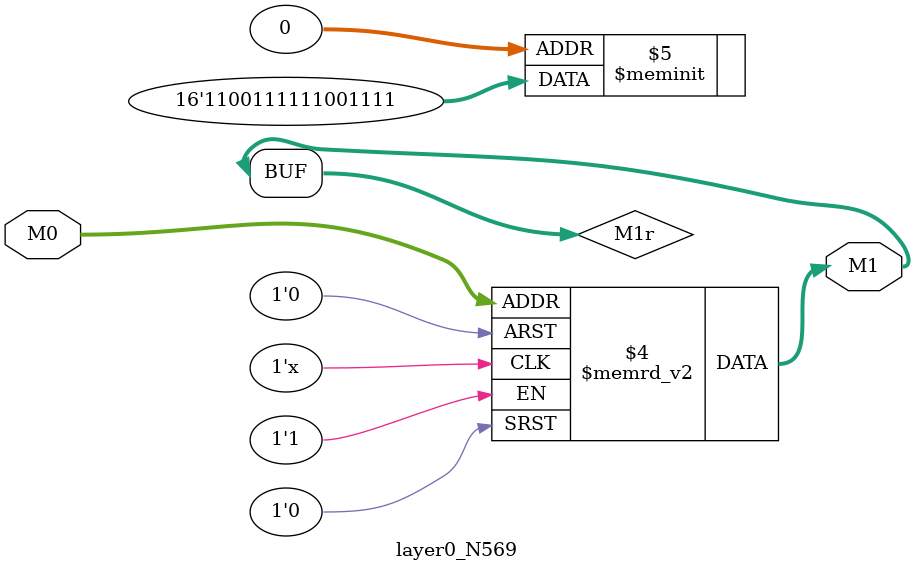
<source format=v>
module layer0_N569 ( input [2:0] M0, output [1:0] M1 );

	(*rom_style = "distributed" *) reg [1:0] M1r;
	assign M1 = M1r;
	always @ (M0) begin
		case (M0)
			3'b000: M1r = 2'b11;
			3'b100: M1r = 2'b11;
			3'b010: M1r = 2'b00;
			3'b110: M1r = 2'b00;
			3'b001: M1r = 2'b11;
			3'b101: M1r = 2'b11;
			3'b011: M1r = 2'b11;
			3'b111: M1r = 2'b11;

		endcase
	end
endmodule

</source>
